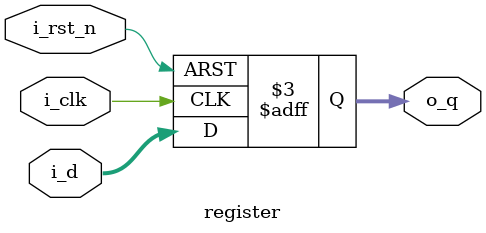
<source format=v>
module register #(
	parameter WIDTH = 8
)(
	input 		i_clk,
	input		i_rst_n,
	input	[WIDTH-1:0] i_d,
	output	[WIDTH-1:0] o_q
);
	always @(posedge i_clk or negedge i_rst_n) begin
	if(!i_rst_n)	
		o_q <= {WIDTH{1'b0}};
	else
		o_q <= i_d;
	end

endmodule

</source>
